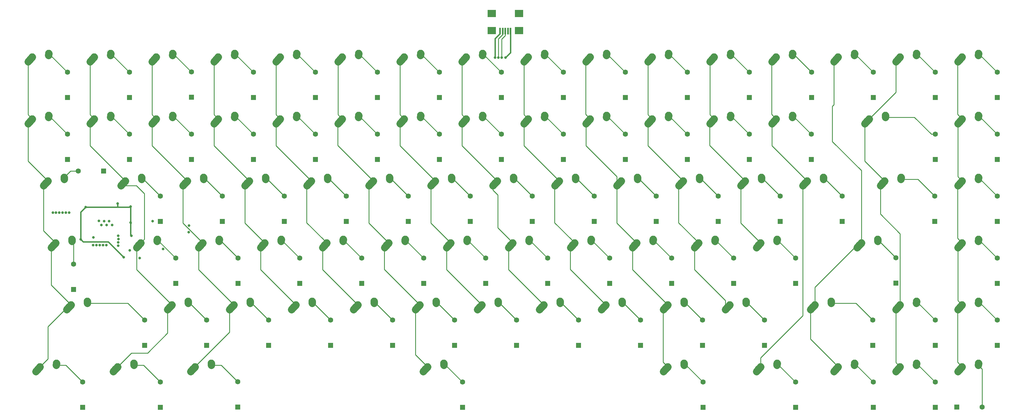
<source format=gtl>
G04 #@! TF.GenerationSoftware,KiCad,Pcbnew,(5.1.4)-1*
G04 #@! TF.CreationDate,2020-09-27T18:31:35+10:00*
G04 #@! TF.ProjectId,merchants 60,6d657263-6861-46e7-9473-2036302e6b69,rev?*
G04 #@! TF.SameCoordinates,Original*
G04 #@! TF.FileFunction,Copper,L1,Top*
G04 #@! TF.FilePolarity,Positive*
%FSLAX46Y46*%
G04 Gerber Fmt 4.6, Leading zero omitted, Abs format (unit mm)*
G04 Created by KiCad (PCBNEW (5.1.4)-1) date 2020-09-27 18:31:35*
%MOMM*%
%LPD*%
G04 APERTURE LIST*
%ADD10R,2.499360X2.199640*%
%ADD11R,0.500380X1.998980*%
%ADD12C,2.250000*%
%ADD13C,2.250000*%
%ADD14C,1.600000*%
%ADD15R,1.600000X1.600000*%
%ADD16C,0.800000*%
%ADD17C,0.250000*%
%ADD18C,0.400000*%
G04 APERTURE END LIST*
D10*
X211696300Y-69171820D03*
X220098620Y-69171820D03*
X211698840Y-74470260D03*
X220098620Y-74470260D03*
D11*
X214297260Y-74569320D03*
X215097360Y-74569320D03*
X215897460Y-74569320D03*
X216697560Y-74569320D03*
X217497660Y-74569320D03*
D12*
X356275000Y-82518750D03*
X355620001Y-83248750D03*
D13*
X354965000Y-83978750D02*
X356275002Y-82518750D01*
D12*
X361315000Y-81438750D03*
X361295000Y-81728750D03*
D13*
X361275000Y-82018750D02*
X361315000Y-81438750D01*
D12*
X356275000Y-177768750D03*
X355620001Y-178498750D03*
D13*
X354965000Y-179228750D02*
X356275002Y-177768750D01*
D12*
X361315000Y-176688750D03*
X361295000Y-176978750D03*
D13*
X361275000Y-177268750D02*
X361315000Y-176688750D01*
D12*
X103862500Y-139668750D03*
X103207501Y-140398750D03*
D13*
X102552500Y-141128750D02*
X103862502Y-139668750D01*
D12*
X108902500Y-138588750D03*
X108882500Y-138878750D03*
D13*
X108862500Y-139168750D02*
X108902500Y-138588750D01*
D12*
X356275000Y-158718750D03*
X355620001Y-159448750D03*
D13*
X354965000Y-160178750D02*
X356275002Y-158718750D01*
D12*
X361315000Y-157638750D03*
X361295000Y-157928750D03*
D13*
X361275000Y-158218750D02*
X361315000Y-157638750D01*
D12*
X356275000Y-139668750D03*
X355620001Y-140398750D03*
D13*
X354965000Y-141128750D02*
X356275002Y-139668750D01*
D12*
X361315000Y-138588750D03*
X361295000Y-138878750D03*
D13*
X361275000Y-139168750D02*
X361315000Y-138588750D01*
D12*
X356275000Y-120618750D03*
X355620001Y-121348750D03*
D13*
X354965000Y-122078750D02*
X356275002Y-120618750D01*
D12*
X361315000Y-119538750D03*
X361295000Y-119828750D03*
D13*
X361275000Y-120118750D02*
X361315000Y-119538750D01*
D12*
X356275000Y-101568750D03*
X355620001Y-102298750D03*
D13*
X354965000Y-103028750D02*
X356275002Y-101568750D01*
D12*
X361315000Y-100488750D03*
X361295000Y-100778750D03*
D13*
X361275000Y-101068750D02*
X361315000Y-100488750D01*
D12*
X337225000Y-177768750D03*
X336570001Y-178498750D03*
D13*
X335915000Y-179228750D02*
X337225002Y-177768750D01*
D12*
X342265000Y-176688750D03*
X342245000Y-176978750D03*
D13*
X342225000Y-177268750D02*
X342265000Y-176688750D01*
D12*
X337225000Y-158718750D03*
X336570001Y-159448750D03*
D13*
X335915000Y-160178750D02*
X337225002Y-158718750D01*
D12*
X342265000Y-157638750D03*
X342245000Y-157928750D03*
D13*
X342225000Y-158218750D02*
X342265000Y-157638750D01*
D12*
X332462500Y-120618750D03*
X331807501Y-121348750D03*
D13*
X331152500Y-122078750D02*
X332462502Y-120618750D01*
D12*
X337502500Y-119538750D03*
X337482500Y-119828750D03*
D13*
X337462500Y-120118750D02*
X337502500Y-119538750D01*
D12*
X327700000Y-101568750D03*
X327045001Y-102298750D03*
D13*
X326390000Y-103028750D02*
X327700002Y-101568750D01*
D12*
X332740000Y-100488750D03*
X332720000Y-100778750D03*
D13*
X332700000Y-101068750D02*
X332740000Y-100488750D01*
D12*
X337225000Y-82518750D03*
X336570001Y-83248750D03*
D13*
X335915000Y-83978750D02*
X337225002Y-82518750D01*
D12*
X342265000Y-81438750D03*
X342245000Y-81728750D03*
D13*
X342225000Y-82018750D02*
X342265000Y-81438750D01*
D12*
X318175000Y-177768750D03*
X317520001Y-178498750D03*
D13*
X316865000Y-179228750D02*
X318175002Y-177768750D01*
D12*
X323215000Y-176688750D03*
X323195000Y-176978750D03*
D13*
X323175000Y-177268750D02*
X323215000Y-176688750D01*
D12*
X311031250Y-158718750D03*
X310376251Y-159448750D03*
D13*
X309721250Y-160178750D02*
X311031252Y-158718750D01*
D12*
X316071250Y-157638750D03*
X316051250Y-157928750D03*
D13*
X316031250Y-158218750D02*
X316071250Y-157638750D01*
D12*
X325318750Y-139668750D03*
X324663751Y-140398750D03*
D13*
X324008750Y-141128750D02*
X325318752Y-139668750D01*
D12*
X330358750Y-138588750D03*
X330338750Y-138878750D03*
D13*
X330318750Y-139168750D02*
X330358750Y-138588750D01*
D12*
X318175000Y-82518750D03*
X317520001Y-83248750D03*
D13*
X316865000Y-83978750D02*
X318175002Y-82518750D01*
D12*
X323215000Y-81438750D03*
X323195000Y-81728750D03*
D13*
X323175000Y-82018750D02*
X323215000Y-81438750D01*
D12*
X294362500Y-177768750D03*
X293707501Y-178498750D03*
D13*
X293052500Y-179228750D02*
X294362502Y-177768750D01*
D12*
X299402500Y-176688750D03*
X299382500Y-176978750D03*
D13*
X299362500Y-177268750D02*
X299402500Y-176688750D01*
D12*
X308650000Y-120618750D03*
X307995001Y-121348750D03*
D13*
X307340000Y-122078750D02*
X308650002Y-120618750D01*
D12*
X313690000Y-119538750D03*
X313670000Y-119828750D03*
D13*
X313650000Y-120118750D02*
X313690000Y-119538750D01*
D12*
X299125000Y-101568750D03*
X298470001Y-102298750D03*
D13*
X297815000Y-103028750D02*
X299125002Y-101568750D01*
D12*
X304165000Y-100488750D03*
X304145000Y-100778750D03*
D13*
X304125000Y-101068750D02*
X304165000Y-100488750D01*
D12*
X299125000Y-82518750D03*
X298470001Y-83248750D03*
D13*
X297815000Y-83978750D02*
X299125002Y-82518750D01*
D12*
X304165000Y-81438750D03*
X304145000Y-81728750D03*
D13*
X304125000Y-82018750D02*
X304165000Y-81438750D01*
D12*
X294362500Y-139668750D03*
X293707501Y-140398750D03*
D13*
X293052500Y-141128750D02*
X294362502Y-139668750D01*
D12*
X299402500Y-138588750D03*
X299382500Y-138878750D03*
D13*
X299362500Y-139168750D02*
X299402500Y-138588750D01*
D12*
X289600000Y-120618750D03*
X288945001Y-121348750D03*
D13*
X288290000Y-122078750D02*
X289600002Y-120618750D01*
D12*
X294640000Y-119538750D03*
X294620000Y-119828750D03*
D13*
X294600000Y-120118750D02*
X294640000Y-119538750D01*
D12*
X280075000Y-101568750D03*
X279420001Y-102298750D03*
D13*
X278765000Y-103028750D02*
X280075002Y-101568750D01*
D12*
X285115000Y-100488750D03*
X285095000Y-100778750D03*
D13*
X285075000Y-101068750D02*
X285115000Y-100488750D01*
D12*
X280075000Y-82518750D03*
X279420001Y-83248750D03*
D13*
X278765000Y-83978750D02*
X280075002Y-82518750D01*
D12*
X285115000Y-81438750D03*
X285095000Y-81728750D03*
D13*
X285075000Y-82018750D02*
X285115000Y-81438750D01*
D12*
X284837500Y-158718750D03*
X284182501Y-159448750D03*
D13*
X283527500Y-160178750D02*
X284837502Y-158718750D01*
D12*
X289877500Y-157638750D03*
X289857500Y-157928750D03*
D13*
X289837500Y-158218750D02*
X289877500Y-157638750D01*
D12*
X275312500Y-139668750D03*
X274657501Y-140398750D03*
D13*
X274002500Y-141128750D02*
X275312502Y-139668750D01*
D12*
X280352500Y-138588750D03*
X280332500Y-138878750D03*
D13*
X280312500Y-139168750D02*
X280352500Y-138588750D01*
D12*
X270550000Y-120618750D03*
X269895001Y-121348750D03*
D13*
X269240000Y-122078750D02*
X270550002Y-120618750D01*
D12*
X275590000Y-119538750D03*
X275570000Y-119828750D03*
D13*
X275550000Y-120118750D02*
X275590000Y-119538750D01*
D12*
X261025000Y-101568750D03*
X260370001Y-102298750D03*
D13*
X259715000Y-103028750D02*
X261025002Y-101568750D01*
D12*
X266065000Y-100488750D03*
X266045000Y-100778750D03*
D13*
X266025000Y-101068750D02*
X266065000Y-100488750D01*
D12*
X261025000Y-82518750D03*
X260370001Y-83248750D03*
D13*
X259715000Y-83978750D02*
X261025002Y-82518750D01*
D12*
X266065000Y-81438750D03*
X266045000Y-81728750D03*
D13*
X266025000Y-82018750D02*
X266065000Y-81438750D01*
D12*
X265787500Y-177768750D03*
X265132501Y-178498750D03*
D13*
X264477500Y-179228750D02*
X265787502Y-177768750D01*
D12*
X270827500Y-176688750D03*
X270807500Y-176978750D03*
D13*
X270787500Y-177268750D02*
X270827500Y-176688750D01*
D12*
X265787500Y-158718750D03*
X265132501Y-159448750D03*
D13*
X264477500Y-160178750D02*
X265787502Y-158718750D01*
D12*
X270827500Y-157638750D03*
X270807500Y-157928750D03*
D13*
X270787500Y-158218750D02*
X270827500Y-157638750D01*
D12*
X256262500Y-139668750D03*
X255607501Y-140398750D03*
D13*
X254952500Y-141128750D02*
X256262502Y-139668750D01*
D12*
X261302500Y-138588750D03*
X261282500Y-138878750D03*
D13*
X261262500Y-139168750D02*
X261302500Y-138588750D01*
D12*
X251500000Y-120618750D03*
X250845001Y-121348750D03*
D13*
X250190000Y-122078750D02*
X251500002Y-120618750D01*
D12*
X256540000Y-119538750D03*
X256520000Y-119828750D03*
D13*
X256500000Y-120118750D02*
X256540000Y-119538750D01*
D12*
X241975000Y-101568750D03*
X241320001Y-102298750D03*
D13*
X240665000Y-103028750D02*
X241975002Y-101568750D01*
D12*
X247015000Y-100488750D03*
X246995000Y-100778750D03*
D13*
X246975000Y-101068750D02*
X247015000Y-100488750D01*
D12*
X241975000Y-82518750D03*
X241320001Y-83248750D03*
D13*
X240665000Y-83978750D02*
X241975002Y-82518750D01*
D12*
X247015000Y-81438750D03*
X246995000Y-81728750D03*
D13*
X246975000Y-82018750D02*
X247015000Y-81438750D01*
D12*
X246737500Y-158718750D03*
X246082501Y-159448750D03*
D13*
X245427500Y-160178750D02*
X246737502Y-158718750D01*
D12*
X251777500Y-157638750D03*
X251757500Y-157928750D03*
D13*
X251737500Y-158218750D02*
X251777500Y-157638750D01*
D12*
X237212500Y-139668750D03*
X236557501Y-140398750D03*
D13*
X235902500Y-141128750D02*
X237212502Y-139668750D01*
D12*
X242252500Y-138588750D03*
X242232500Y-138878750D03*
D13*
X242212500Y-139168750D02*
X242252500Y-138588750D01*
D12*
X232450000Y-120618750D03*
X231795001Y-121348750D03*
D13*
X231140000Y-122078750D02*
X232450002Y-120618750D01*
D12*
X237490000Y-119538750D03*
X237470000Y-119828750D03*
D13*
X237450000Y-120118750D02*
X237490000Y-119538750D01*
D12*
X222925000Y-101568750D03*
X222270001Y-102298750D03*
D13*
X221615000Y-103028750D02*
X222925002Y-101568750D01*
D12*
X227965000Y-100488750D03*
X227945000Y-100778750D03*
D13*
X227925000Y-101068750D02*
X227965000Y-100488750D01*
D12*
X222925000Y-82518750D03*
X222270001Y-83248750D03*
D13*
X221615000Y-83978750D02*
X222925002Y-82518750D01*
D12*
X227965000Y-81438750D03*
X227945000Y-81728750D03*
D13*
X227925000Y-82018750D02*
X227965000Y-81438750D01*
D12*
X227687500Y-158718750D03*
X227032501Y-159448750D03*
D13*
X226377500Y-160178750D02*
X227687502Y-158718750D01*
D12*
X232727500Y-157638750D03*
X232707500Y-157928750D03*
D13*
X232687500Y-158218750D02*
X232727500Y-157638750D01*
D12*
X218162500Y-139668750D03*
X217507501Y-140398750D03*
D13*
X216852500Y-141128750D02*
X218162502Y-139668750D01*
D12*
X223202500Y-138588750D03*
X223182500Y-138878750D03*
D13*
X223162500Y-139168750D02*
X223202500Y-138588750D01*
D12*
X213400000Y-120618750D03*
X212745001Y-121348750D03*
D13*
X212090000Y-122078750D02*
X213400002Y-120618750D01*
D12*
X218440000Y-119538750D03*
X218420000Y-119828750D03*
D13*
X218400000Y-120118750D02*
X218440000Y-119538750D01*
D12*
X203875000Y-101568750D03*
X203220001Y-102298750D03*
D13*
X202565000Y-103028750D02*
X203875002Y-101568750D01*
D12*
X208915000Y-100488750D03*
X208895000Y-100778750D03*
D13*
X208875000Y-101068750D02*
X208915000Y-100488750D01*
D12*
X203875000Y-82518750D03*
X203220001Y-83248750D03*
D13*
X202565000Y-83978750D02*
X203875002Y-82518750D01*
D12*
X208915000Y-81438750D03*
X208895000Y-81728750D03*
D13*
X208875000Y-82018750D02*
X208915000Y-81438750D01*
D12*
X208637500Y-158718750D03*
X207982501Y-159448750D03*
D13*
X207327500Y-160178750D02*
X208637502Y-158718750D01*
D12*
X213677500Y-157638750D03*
X213657500Y-157928750D03*
D13*
X213637500Y-158218750D02*
X213677500Y-157638750D01*
D12*
X199112500Y-139668750D03*
X198457501Y-140398750D03*
D13*
X197802500Y-141128750D02*
X199112502Y-139668750D01*
D12*
X204152500Y-138588750D03*
X204132500Y-138878750D03*
D13*
X204112500Y-139168750D02*
X204152500Y-138588750D01*
D12*
X194350000Y-120618750D03*
X193695001Y-121348750D03*
D13*
X193040000Y-122078750D02*
X194350002Y-120618750D01*
D12*
X199390000Y-119538750D03*
X199370000Y-119828750D03*
D13*
X199350000Y-120118750D02*
X199390000Y-119538750D01*
D12*
X184825000Y-101568750D03*
X184170001Y-102298750D03*
D13*
X183515000Y-103028750D02*
X184825002Y-101568750D01*
D12*
X189865000Y-100488750D03*
X189845000Y-100778750D03*
D13*
X189825000Y-101068750D02*
X189865000Y-100488750D01*
D12*
X184825000Y-82518750D03*
X184170001Y-83248750D03*
D13*
X183515000Y-83978750D02*
X184825002Y-82518750D01*
D12*
X189865000Y-81438750D03*
X189845000Y-81728750D03*
D13*
X189825000Y-82018750D02*
X189865000Y-81438750D01*
D12*
X191968750Y-177768750D03*
X191313751Y-178498750D03*
D13*
X190658750Y-179228750D02*
X191968752Y-177768750D01*
D12*
X197008750Y-176688750D03*
X196988750Y-176978750D03*
D13*
X196968750Y-177268750D02*
X197008750Y-176688750D01*
D12*
X189587500Y-158718750D03*
X188932501Y-159448750D03*
D13*
X188277500Y-160178750D02*
X189587502Y-158718750D01*
D12*
X194627500Y-157638750D03*
X194607500Y-157928750D03*
D13*
X194587500Y-158218750D02*
X194627500Y-157638750D01*
D12*
X180062500Y-139668750D03*
X179407501Y-140398750D03*
D13*
X178752500Y-141128750D02*
X180062502Y-139668750D01*
D12*
X185102500Y-138588750D03*
X185082500Y-138878750D03*
D13*
X185062500Y-139168750D02*
X185102500Y-138588750D01*
D12*
X175300000Y-120618750D03*
X174645001Y-121348750D03*
D13*
X173990000Y-122078750D02*
X175300002Y-120618750D01*
D12*
X180340000Y-119538750D03*
X180320000Y-119828750D03*
D13*
X180300000Y-120118750D02*
X180340000Y-119538750D01*
D12*
X165775000Y-101568750D03*
X165120001Y-102298750D03*
D13*
X164465000Y-103028750D02*
X165775002Y-101568750D01*
D12*
X170815000Y-100488750D03*
X170795000Y-100778750D03*
D13*
X170775000Y-101068750D02*
X170815000Y-100488750D01*
D12*
X165775000Y-82518750D03*
X165120001Y-83248750D03*
D13*
X164465000Y-83978750D02*
X165775002Y-82518750D01*
D12*
X170815000Y-81438750D03*
X170795000Y-81728750D03*
D13*
X170775000Y-82018750D02*
X170815000Y-81438750D01*
D12*
X170537500Y-158718750D03*
X169882501Y-159448750D03*
D13*
X169227500Y-160178750D02*
X170537502Y-158718750D01*
D12*
X175577500Y-157638750D03*
X175557500Y-157928750D03*
D13*
X175537500Y-158218750D02*
X175577500Y-157638750D01*
D12*
X161012500Y-139668750D03*
X160357501Y-140398750D03*
D13*
X159702500Y-141128750D02*
X161012502Y-139668750D01*
D12*
X166052500Y-138588750D03*
X166032500Y-138878750D03*
D13*
X166012500Y-139168750D02*
X166052500Y-138588750D01*
D12*
X156250000Y-120618750D03*
X155595001Y-121348750D03*
D13*
X154940000Y-122078750D02*
X156250002Y-120618750D01*
D12*
X161290000Y-119538750D03*
X161270000Y-119828750D03*
D13*
X161250000Y-120118750D02*
X161290000Y-119538750D01*
D12*
X146725000Y-101568750D03*
X146070001Y-102298750D03*
D13*
X145415000Y-103028750D02*
X146725002Y-101568750D01*
D12*
X151765000Y-100488750D03*
X151745000Y-100778750D03*
D13*
X151725000Y-101068750D02*
X151765000Y-100488750D01*
D12*
X146725000Y-82518750D03*
X146070001Y-83248750D03*
D13*
X145415000Y-83978750D02*
X146725002Y-82518750D01*
D12*
X151765000Y-81438750D03*
X151745000Y-81728750D03*
D13*
X151725000Y-82018750D02*
X151765000Y-81438750D01*
D12*
X151487500Y-158718750D03*
X150832501Y-159448750D03*
D13*
X150177500Y-160178750D02*
X151487502Y-158718750D01*
D12*
X156527500Y-157638750D03*
X156507500Y-157928750D03*
D13*
X156487500Y-158218750D02*
X156527500Y-157638750D01*
D12*
X141962500Y-139668750D03*
X141307501Y-140398750D03*
D13*
X140652500Y-141128750D02*
X141962502Y-139668750D01*
D12*
X147002500Y-138588750D03*
X146982500Y-138878750D03*
D13*
X146962500Y-139168750D02*
X147002500Y-138588750D01*
D12*
X137200000Y-120618750D03*
X136545001Y-121348750D03*
D13*
X135890000Y-122078750D02*
X137200002Y-120618750D01*
D12*
X142240000Y-119538750D03*
X142220000Y-119828750D03*
D13*
X142200000Y-120118750D02*
X142240000Y-119538750D01*
D12*
X127675000Y-101568750D03*
X127020001Y-102298750D03*
D13*
X126365000Y-103028750D02*
X127675002Y-101568750D01*
D12*
X132715000Y-100488750D03*
X132695000Y-100778750D03*
D13*
X132675000Y-101068750D02*
X132715000Y-100488750D01*
D12*
X127675000Y-82518750D03*
X127020001Y-83248750D03*
D13*
X126365000Y-83978750D02*
X127675002Y-82518750D01*
D12*
X132715000Y-81438750D03*
X132695000Y-81728750D03*
D13*
X132675000Y-82018750D02*
X132715000Y-81438750D01*
D12*
X120531250Y-177768750D03*
X119876251Y-178498750D03*
D13*
X119221250Y-179228750D02*
X120531252Y-177768750D01*
D12*
X125571250Y-176688750D03*
X125551250Y-176978750D03*
D13*
X125531250Y-177268750D02*
X125571250Y-176688750D01*
D12*
X132437500Y-158718750D03*
X131782501Y-159448750D03*
D13*
X131127500Y-160178750D02*
X132437502Y-158718750D01*
D12*
X137477500Y-157638750D03*
X137457500Y-157928750D03*
D13*
X137437500Y-158218750D02*
X137477500Y-157638750D01*
D12*
X122912500Y-139668750D03*
X122257501Y-140398750D03*
D13*
X121602500Y-141128750D02*
X122912502Y-139668750D01*
D12*
X127952500Y-138588750D03*
X127932500Y-138878750D03*
D13*
X127912500Y-139168750D02*
X127952500Y-138588750D01*
D12*
X118150000Y-120618750D03*
X117495001Y-121348750D03*
D13*
X116840000Y-122078750D02*
X118150002Y-120618750D01*
D12*
X123190000Y-119538750D03*
X123170000Y-119828750D03*
D13*
X123150000Y-120118750D02*
X123190000Y-119538750D01*
D12*
X108625000Y-101568750D03*
X107970001Y-102298750D03*
D13*
X107315000Y-103028750D02*
X108625002Y-101568750D01*
D12*
X113665000Y-100488750D03*
X113645000Y-100778750D03*
D13*
X113625000Y-101068750D02*
X113665000Y-100488750D01*
D12*
X108625000Y-82518750D03*
X107970001Y-83248750D03*
D13*
X107315000Y-83978750D02*
X108625002Y-82518750D01*
D12*
X113665000Y-81438750D03*
X113645000Y-81728750D03*
D13*
X113625000Y-82018750D02*
X113665000Y-81438750D01*
D12*
X96718750Y-177768750D03*
X96063751Y-178498750D03*
D13*
X95408750Y-179228750D02*
X96718752Y-177768750D01*
D12*
X101758750Y-176688750D03*
X101738750Y-176978750D03*
D13*
X101718750Y-177268750D02*
X101758750Y-176688750D01*
D12*
X113387500Y-158718750D03*
X112732501Y-159448750D03*
D13*
X112077500Y-160178750D02*
X113387502Y-158718750D01*
D12*
X118427500Y-157638750D03*
X118407500Y-157928750D03*
D13*
X118387500Y-158218750D02*
X118427500Y-157638750D01*
D12*
X99100000Y-120618750D03*
X98445001Y-121348750D03*
D13*
X97790000Y-122078750D02*
X99100002Y-120618750D01*
D12*
X104140000Y-119538750D03*
X104120000Y-119828750D03*
D13*
X104100000Y-120118750D02*
X104140000Y-119538750D01*
D12*
X89575000Y-101568750D03*
X88920001Y-102298750D03*
D13*
X88265000Y-103028750D02*
X89575002Y-101568750D01*
D12*
X94615000Y-100488750D03*
X94595000Y-100778750D03*
D13*
X94575000Y-101068750D02*
X94615000Y-100488750D01*
D12*
X89575000Y-82518750D03*
X88920001Y-83248750D03*
D13*
X88265000Y-83978750D02*
X89575002Y-82518750D01*
D12*
X94615000Y-81438750D03*
X94595000Y-81728750D03*
D13*
X94575000Y-82018750D02*
X94615000Y-81438750D01*
D12*
X72906250Y-177768750D03*
X72251251Y-178498750D03*
D13*
X71596250Y-179228750D02*
X72906252Y-177768750D01*
D12*
X77946250Y-176688750D03*
X77926250Y-176978750D03*
D13*
X77906250Y-177268750D02*
X77946250Y-176688750D01*
D12*
X82431250Y-158718750D03*
X81776251Y-159448750D03*
D13*
X81121250Y-160178750D02*
X82431252Y-158718750D01*
D12*
X87471250Y-157638750D03*
X87451250Y-157928750D03*
D13*
X87431250Y-158218750D02*
X87471250Y-157638750D01*
D12*
X77668750Y-139668750D03*
X77013751Y-140398750D03*
D13*
X76358750Y-141128750D02*
X77668752Y-139668750D01*
D12*
X82708750Y-138588750D03*
X82688750Y-138878750D03*
D13*
X82668750Y-139168750D02*
X82708750Y-138588750D01*
D12*
X75287500Y-120618750D03*
X74632501Y-121348750D03*
D13*
X73977500Y-122078750D02*
X75287502Y-120618750D01*
D12*
X80327500Y-119538750D03*
X80307500Y-119828750D03*
D13*
X80287500Y-120118750D02*
X80327500Y-119538750D01*
D12*
X70525000Y-101568750D03*
X69870001Y-102298750D03*
D13*
X69215000Y-103028750D02*
X70525002Y-101568750D01*
D12*
X75565000Y-100488750D03*
X75545000Y-100778750D03*
D13*
X75525000Y-101068750D02*
X75565000Y-100488750D01*
D12*
X70525000Y-82518750D03*
X69870001Y-83248750D03*
D13*
X69215000Y-83978750D02*
X70525002Y-82518750D01*
D12*
X75565000Y-81438750D03*
X75545000Y-81728750D03*
D13*
X75525000Y-82018750D02*
X75565000Y-81438750D01*
D14*
X362452750Y-190182500D03*
D15*
X354652750Y-190182500D03*
D14*
X367061750Y-163422500D03*
D15*
X367061750Y-171222500D03*
D14*
X367061750Y-144372500D03*
D15*
X367061750Y-152172500D03*
D14*
X367061750Y-125322500D03*
D15*
X367061750Y-133122500D03*
D14*
X367061750Y-106272500D03*
D15*
X367061750Y-114072500D03*
D14*
X367061750Y-87222500D03*
D15*
X367061750Y-95022500D03*
D14*
X348011750Y-182472500D03*
D15*
X348011750Y-190272500D03*
D14*
X348011750Y-163422500D03*
D15*
X348011750Y-171222500D03*
D14*
X347884750Y-125322500D03*
D15*
X347884750Y-133122500D03*
D14*
X348011750Y-106272500D03*
D15*
X348011750Y-114072500D03*
D14*
X348011750Y-87222500D03*
D15*
X348011750Y-95022500D03*
D14*
X328961750Y-182472500D03*
D15*
X328961750Y-190272500D03*
D14*
X328834750Y-163422500D03*
D15*
X328834750Y-171222500D03*
D14*
X335946750Y-144245500D03*
D15*
X335946750Y-152045500D03*
D14*
X328961750Y-87222500D03*
D15*
X328961750Y-95022500D03*
D14*
X305085750Y-182472500D03*
D15*
X305085750Y-190272500D03*
D14*
X319436750Y-125322500D03*
D15*
X319436750Y-133122500D03*
D14*
X309911750Y-106272500D03*
D15*
X309911750Y-114072500D03*
D14*
X310038750Y-87222500D03*
D15*
X310038750Y-95022500D03*
D14*
X305085750Y-144372500D03*
D15*
X305085750Y-152172500D03*
D14*
X300386750Y-125322500D03*
D15*
X300386750Y-133122500D03*
D14*
X290861750Y-106272500D03*
D15*
X290861750Y-114072500D03*
D14*
X290861750Y-87222500D03*
D15*
X290861750Y-95022500D03*
D14*
X295560750Y-163422500D03*
D15*
X295560750Y-171222500D03*
D14*
X286035750Y-144372500D03*
D15*
X286035750Y-152172500D03*
D14*
X281336750Y-125322500D03*
D15*
X281336750Y-133122500D03*
D14*
X271811750Y-106272500D03*
D15*
X271811750Y-114072500D03*
D14*
X271811750Y-87222500D03*
D15*
X271811750Y-95022500D03*
D14*
X276637750Y-182472500D03*
D15*
X276637750Y-190272500D03*
D14*
X276510750Y-163422500D03*
D15*
X276510750Y-171222500D03*
D14*
X266985750Y-144372500D03*
D15*
X266985750Y-152172500D03*
D14*
X262286750Y-125322500D03*
D15*
X262286750Y-133122500D03*
D14*
X252761750Y-106272500D03*
D15*
X252761750Y-114072500D03*
D14*
X252761750Y-87222500D03*
D15*
X252761750Y-95022500D03*
D14*
X257460750Y-163422500D03*
D15*
X257460750Y-171222500D03*
D14*
X247935750Y-144372500D03*
D15*
X247935750Y-152172500D03*
D14*
X243236750Y-125322500D03*
D15*
X243236750Y-133122500D03*
D14*
X233711750Y-106272500D03*
D15*
X233711750Y-114072500D03*
D14*
X233711750Y-87222500D03*
D15*
X233711750Y-95022500D03*
D14*
X238410750Y-163422500D03*
D15*
X238410750Y-171222500D03*
D14*
X228885750Y-144372500D03*
D15*
X228885750Y-152172500D03*
D14*
X224186750Y-125322500D03*
D15*
X224186750Y-133122500D03*
D14*
X214661750Y-106272500D03*
D15*
X214661750Y-114072500D03*
D14*
X214661750Y-87222500D03*
D15*
X214661750Y-95022500D03*
D14*
X219360750Y-163422500D03*
D15*
X219360750Y-171222500D03*
D14*
X209835750Y-144372500D03*
D15*
X209835750Y-152172500D03*
D14*
X205136750Y-125322500D03*
D15*
X205136750Y-133122500D03*
D14*
X195611750Y-106272500D03*
D15*
X195611750Y-114072500D03*
D14*
X195611750Y-87222500D03*
D15*
X195611750Y-95022500D03*
D14*
X202723750Y-182472500D03*
D15*
X202723750Y-190272500D03*
D14*
X200310750Y-163422500D03*
D15*
X200310750Y-171222500D03*
D14*
X190785750Y-144372500D03*
D15*
X190785750Y-152172500D03*
D14*
X186086750Y-125322500D03*
D15*
X186086750Y-133122500D03*
D14*
X176561750Y-106272500D03*
D15*
X176561750Y-114072500D03*
D14*
X176561750Y-87222500D03*
D15*
X176561750Y-95022500D03*
D14*
X181260750Y-163422500D03*
D15*
X181260750Y-171222500D03*
D14*
X171735750Y-144372500D03*
D15*
X171735750Y-152172500D03*
D14*
X167036750Y-125322500D03*
D15*
X167036750Y-133122500D03*
D14*
X157511750Y-106272500D03*
D15*
X157511750Y-114072500D03*
D14*
X157511750Y-87222500D03*
D15*
X157511750Y-95022500D03*
D14*
X162210750Y-163422500D03*
D15*
X162210750Y-171222500D03*
D14*
X152685750Y-144372500D03*
D15*
X152685750Y-152172500D03*
D14*
X147986750Y-125322500D03*
D15*
X147986750Y-133122500D03*
D14*
X138461750Y-106272500D03*
D15*
X138461750Y-114072500D03*
D14*
X138461750Y-87222500D03*
D15*
X138461750Y-95022500D03*
D14*
X133635750Y-182345500D03*
D15*
X133635750Y-190145500D03*
D14*
X143160750Y-163422500D03*
D15*
X143160750Y-171222500D03*
D14*
X133762750Y-144372500D03*
D15*
X133762750Y-152172500D03*
D14*
X128936750Y-125322500D03*
D15*
X128936750Y-133122500D03*
D14*
X119411750Y-106272500D03*
D15*
X119411750Y-114072500D03*
D14*
X119411750Y-87146500D03*
D15*
X119411750Y-94946500D03*
D14*
X109886750Y-182472500D03*
D15*
X109886750Y-190272500D03*
D14*
X124110750Y-163422500D03*
D15*
X124110750Y-171222500D03*
D14*
X114585750Y-144372500D03*
D15*
X114585750Y-152172500D03*
D14*
X109886750Y-125322500D03*
D15*
X109886750Y-133122500D03*
D14*
X100361750Y-106272500D03*
D15*
X100361750Y-114072500D03*
D14*
X100361750Y-87222500D03*
D15*
X100361750Y-95022500D03*
D14*
X86010750Y-182472500D03*
D15*
X86010750Y-190272500D03*
D14*
X105060750Y-163422500D03*
D15*
X105060750Y-171222500D03*
D14*
X83216750Y-146226700D03*
D15*
X83216750Y-154026700D03*
D14*
X84625350Y-117589300D03*
D15*
X92425350Y-117589300D03*
D14*
X81311750Y-106272500D03*
D15*
X81311750Y-114072500D03*
D14*
X81311750Y-87222500D03*
D15*
X81311750Y-95022500D03*
D16*
X86899750Y-128714500D03*
X100742750Y-133413500D03*
X100996750Y-137477500D03*
X100757750Y-128572500D03*
X85375750Y-138620500D03*
X98608742Y-144088501D03*
X96774000Y-127635000D03*
X79819744Y-130365500D03*
X80819747Y-130365500D03*
X81819750Y-130365500D03*
X78819741Y-130365500D03*
X77819738Y-130365500D03*
X76819735Y-130365500D03*
X107473750Y-133032500D03*
X212756750Y-82740500D03*
X90963750Y-132905500D03*
X91725750Y-134175500D03*
X92614750Y-133032500D03*
X93376750Y-134175500D03*
X94138750Y-133032500D03*
X95027750Y-134175500D03*
X96932750Y-137477500D03*
X96970472Y-138540528D03*
X96917786Y-139539141D03*
X96949052Y-140538655D03*
X100508752Y-141986000D03*
X103505000Y-144399000D03*
X93249750Y-140398500D03*
X92237096Y-140385849D03*
X91212734Y-140390660D03*
X90212854Y-140406245D03*
X89212902Y-140396228D03*
X89312750Y-137985500D03*
X118674153Y-134405097D03*
X213772750Y-82740500D03*
X118601347Y-136382903D03*
X214785404Y-82727849D03*
X215931750Y-82740500D03*
X110752597Y-141564653D03*
D17*
X100742750Y-128587500D02*
X100757750Y-128572500D01*
X87041750Y-128572500D02*
X86899750Y-128714500D01*
X100996750Y-133667500D02*
X100742750Y-133413500D01*
D18*
X98608742Y-144088501D02*
X93902741Y-139382500D01*
X86137750Y-139382500D02*
X85375750Y-138620500D01*
X93902741Y-139382500D02*
X86137750Y-139382500D01*
X85375750Y-130238500D02*
X86899750Y-128714500D01*
X85375750Y-138620500D02*
X85375750Y-130238500D01*
X100615750Y-128714500D02*
X100757750Y-128572500D01*
X100757750Y-133398500D02*
X100742750Y-133413500D01*
X100757750Y-128572500D02*
X100757750Y-133398500D01*
X100742750Y-137223500D02*
X100996750Y-137477500D01*
X100742750Y-133413500D02*
X100742750Y-137223500D01*
X96774000Y-128651000D02*
X96710500Y-128714500D01*
X96774000Y-127635000D02*
X96774000Y-128651000D01*
X86899750Y-128714500D02*
X96710500Y-128714500D01*
X96710500Y-128714500D02*
X100615750Y-128714500D01*
D17*
X76108000Y-82018750D02*
X81311750Y-87222500D01*
X75525000Y-82018750D02*
X76108000Y-82018750D01*
X76108000Y-101068750D02*
X81311750Y-106272500D01*
X75525000Y-101068750D02*
X76108000Y-101068750D01*
X82276950Y-117589300D02*
X80327500Y-119538750D01*
X84625350Y-117589300D02*
X82276950Y-117589300D01*
X83216750Y-139716750D02*
X82668750Y-139168750D01*
X83216750Y-146226700D02*
X83216750Y-139716750D01*
X99857000Y-158218750D02*
X105060750Y-163422500D01*
X87431250Y-158218750D02*
X99857000Y-158218750D01*
X80807000Y-177268750D02*
X86010750Y-182472500D01*
X77906250Y-177268750D02*
X80807000Y-177268750D01*
X95158000Y-82018750D02*
X100361750Y-87222500D01*
X94575000Y-82018750D02*
X95158000Y-82018750D01*
X95158000Y-101068750D02*
X100361750Y-106272500D01*
X94575000Y-101068750D02*
X95158000Y-101068750D01*
X104683000Y-120118750D02*
X109886750Y-125322500D01*
X104100000Y-120118750D02*
X104683000Y-120118750D01*
X109382000Y-139168750D02*
X114585750Y-144372500D01*
X108862500Y-139168750D02*
X109382000Y-139168750D01*
X118907000Y-158218750D02*
X124110750Y-163422500D01*
X118387500Y-158218750D02*
X118907000Y-158218750D01*
X104683000Y-177268750D02*
X109886750Y-182472500D01*
X101718750Y-177268750D02*
X104683000Y-177268750D01*
X114284000Y-82018750D02*
X119411750Y-87146500D01*
X113625000Y-82018750D02*
X114284000Y-82018750D01*
X114208000Y-101068750D02*
X119411750Y-106272500D01*
X113625000Y-101068750D02*
X114208000Y-101068750D01*
X123733000Y-120118750D02*
X128936750Y-125322500D01*
X123150000Y-120118750D02*
X123733000Y-120118750D01*
X128559000Y-139168750D02*
X133762750Y-144372500D01*
X127912500Y-139168750D02*
X128559000Y-139168750D01*
X137957000Y-158218750D02*
X143160750Y-163422500D01*
X137437500Y-158218750D02*
X137957000Y-158218750D01*
X128559000Y-177268750D02*
X133635750Y-182345500D01*
X125531250Y-177268750D02*
X128559000Y-177268750D01*
X133258000Y-82018750D02*
X138461750Y-87222500D01*
X132675000Y-82018750D02*
X133258000Y-82018750D01*
X133258000Y-101068750D02*
X138461750Y-106272500D01*
X132675000Y-101068750D02*
X133258000Y-101068750D01*
X142783000Y-120118750D02*
X147986750Y-125322500D01*
X142200000Y-120118750D02*
X142783000Y-120118750D01*
X147482000Y-139168750D02*
X152685750Y-144372500D01*
X146962500Y-139168750D02*
X147482000Y-139168750D01*
X157007000Y-158218750D02*
X162210750Y-163422500D01*
X156487500Y-158218750D02*
X157007000Y-158218750D01*
X152308000Y-82018750D02*
X157511750Y-87222500D01*
X151725000Y-82018750D02*
X152308000Y-82018750D01*
X152308000Y-101068750D02*
X157511750Y-106272500D01*
X151725000Y-101068750D02*
X152308000Y-101068750D01*
X161833000Y-120118750D02*
X167036750Y-125322500D01*
X161250000Y-120118750D02*
X161833000Y-120118750D01*
X166532000Y-139168750D02*
X171735750Y-144372500D01*
X166012500Y-139168750D02*
X166532000Y-139168750D01*
X176057000Y-158218750D02*
X181260750Y-163422500D01*
X175537500Y-158218750D02*
X176057000Y-158218750D01*
X171358000Y-82018750D02*
X176561750Y-87222500D01*
X170775000Y-82018750D02*
X171358000Y-82018750D01*
X171358000Y-101068750D02*
X176561750Y-106272500D01*
X170775000Y-101068750D02*
X171358000Y-101068750D01*
X180883000Y-120118750D02*
X186086750Y-125322500D01*
X180300000Y-120118750D02*
X180883000Y-120118750D01*
X185582000Y-139168750D02*
X190785750Y-144372500D01*
X185062500Y-139168750D02*
X185582000Y-139168750D01*
X195107000Y-158218750D02*
X200310750Y-163422500D01*
X194587500Y-158218750D02*
X195107000Y-158218750D01*
X197520000Y-177268750D02*
X202723750Y-182472500D01*
X196968750Y-177268750D02*
X197520000Y-177268750D01*
X190408000Y-82018750D02*
X195611750Y-87222500D01*
X189825000Y-82018750D02*
X190408000Y-82018750D01*
X190408000Y-101068750D02*
X195611750Y-106272500D01*
X189825000Y-101068750D02*
X190408000Y-101068750D01*
X199933000Y-120118750D02*
X205136750Y-125322500D01*
X199350000Y-120118750D02*
X199933000Y-120118750D01*
X204632000Y-139168750D02*
X209835750Y-144372500D01*
X204112500Y-139168750D02*
X204632000Y-139168750D01*
X214157000Y-158218750D02*
X219360750Y-163422500D01*
X213637500Y-158218750D02*
X214157000Y-158218750D01*
X209458000Y-82018750D02*
X214661750Y-87222500D01*
X208875000Y-82018750D02*
X209458000Y-82018750D01*
X209458000Y-101068750D02*
X214661750Y-106272500D01*
X208875000Y-101068750D02*
X209458000Y-101068750D01*
X218983000Y-120118750D02*
X224186750Y-125322500D01*
X218400000Y-120118750D02*
X218983000Y-120118750D01*
X223682000Y-139168750D02*
X228885750Y-144372500D01*
X223162500Y-139168750D02*
X223682000Y-139168750D01*
X233207000Y-158218750D02*
X238410750Y-163422500D01*
X232687500Y-158218750D02*
X233207000Y-158218750D01*
X228508000Y-82018750D02*
X233711750Y-87222500D01*
X227925000Y-82018750D02*
X228508000Y-82018750D01*
X228508000Y-101068750D02*
X233711750Y-106272500D01*
X227925000Y-101068750D02*
X228508000Y-101068750D01*
X238033000Y-120118750D02*
X243236750Y-125322500D01*
X237450000Y-120118750D02*
X238033000Y-120118750D01*
X242732000Y-139168750D02*
X247935750Y-144372500D01*
X242212500Y-139168750D02*
X242732000Y-139168750D01*
X252257000Y-158218750D02*
X257460750Y-163422500D01*
X251737500Y-158218750D02*
X252257000Y-158218750D01*
X247558000Y-82018750D02*
X252761750Y-87222500D01*
X246975000Y-82018750D02*
X247558000Y-82018750D01*
X247558000Y-101068750D02*
X252761750Y-106272500D01*
X246975000Y-101068750D02*
X247558000Y-101068750D01*
X257083000Y-120118750D02*
X262286750Y-125322500D01*
X256500000Y-120118750D02*
X257083000Y-120118750D01*
X261782000Y-139168750D02*
X266985750Y-144372500D01*
X261262500Y-139168750D02*
X261782000Y-139168750D01*
X271307000Y-158218750D02*
X276510750Y-163422500D01*
X270787500Y-158218750D02*
X271307000Y-158218750D01*
X271434000Y-177268750D02*
X276637750Y-182472500D01*
X270787500Y-177268750D02*
X271434000Y-177268750D01*
X266608000Y-82018750D02*
X271811750Y-87222500D01*
X266025000Y-82018750D02*
X266608000Y-82018750D01*
X266608000Y-101068750D02*
X271811750Y-106272500D01*
X266025000Y-101068750D02*
X266608000Y-101068750D01*
X276133000Y-120118750D02*
X281336750Y-125322500D01*
X275550000Y-120118750D02*
X276133000Y-120118750D01*
X280832000Y-139168750D02*
X286035750Y-144372500D01*
X280312500Y-139168750D02*
X280832000Y-139168750D01*
X290357000Y-158218750D02*
X295560750Y-163422500D01*
X289837500Y-158218750D02*
X290357000Y-158218750D01*
X285658000Y-82018750D02*
X290861750Y-87222500D01*
X285075000Y-82018750D02*
X285658000Y-82018750D01*
X285658000Y-101068750D02*
X290861750Y-106272500D01*
X285075000Y-101068750D02*
X285658000Y-101068750D01*
X295183000Y-120118750D02*
X300386750Y-125322500D01*
X294600000Y-120118750D02*
X295183000Y-120118750D01*
X299882000Y-139168750D02*
X305085750Y-144372500D01*
X299362500Y-139168750D02*
X299882000Y-139168750D01*
X304835000Y-82018750D02*
X310038750Y-87222500D01*
X304125000Y-82018750D02*
X304835000Y-82018750D01*
X304708000Y-101068750D02*
X309911750Y-106272500D01*
X304125000Y-101068750D02*
X304708000Y-101068750D01*
X314233000Y-120118750D02*
X319436750Y-125322500D01*
X313650000Y-120118750D02*
X314233000Y-120118750D01*
X299882000Y-177268750D02*
X305085750Y-182472500D01*
X299362500Y-177268750D02*
X299882000Y-177268750D01*
X323758000Y-82018750D02*
X328961750Y-87222500D01*
X323175000Y-82018750D02*
X323758000Y-82018750D01*
X330870000Y-139168750D02*
X335946750Y-144245500D01*
X330318750Y-139168750D02*
X330870000Y-139168750D01*
X323631000Y-158218750D02*
X328834750Y-163422500D01*
X316031250Y-158218750D02*
X323631000Y-158218750D01*
X323758000Y-177268750D02*
X328961750Y-182472500D01*
X323175000Y-177268750D02*
X323758000Y-177268750D01*
X342808000Y-82018750D02*
X348011750Y-87222500D01*
X342225000Y-82018750D02*
X342808000Y-82018750D01*
X332700000Y-101068750D02*
X341621500Y-101068750D01*
X346825250Y-106272500D02*
X348011750Y-106272500D01*
X341621500Y-101068750D02*
X346825250Y-106272500D01*
X342681000Y-120118750D02*
X347884750Y-125322500D01*
X337462500Y-120118750D02*
X342681000Y-120118750D01*
X342808000Y-158218750D02*
X348011750Y-163422500D01*
X342225000Y-158218750D02*
X342808000Y-158218750D01*
X342808000Y-177268750D02*
X348011750Y-182472500D01*
X342225000Y-177268750D02*
X342808000Y-177268750D01*
X361858000Y-82018750D02*
X367061750Y-87222500D01*
X361275000Y-82018750D02*
X361858000Y-82018750D01*
X361858000Y-101068750D02*
X367061750Y-106272500D01*
X361275000Y-101068750D02*
X361858000Y-101068750D01*
X361858000Y-120118750D02*
X367061750Y-125322500D01*
X361275000Y-120118750D02*
X361858000Y-120118750D01*
X361858000Y-139168750D02*
X367061750Y-144372500D01*
X361275000Y-139168750D02*
X361858000Y-139168750D01*
X361858000Y-158218750D02*
X367061750Y-163422500D01*
X361275000Y-158218750D02*
X361858000Y-158218750D01*
X361275000Y-177268750D02*
X361858000Y-177268750D01*
X362452750Y-178446500D02*
X361275000Y-177268750D01*
X362452750Y-190182500D02*
X362452750Y-178446500D01*
D18*
X214297260Y-75318620D02*
X214297260Y-74569320D01*
X212756750Y-82740500D02*
X212756750Y-76859130D01*
X212756750Y-76859130D02*
X214297260Y-75318620D01*
D17*
X69215000Y-100258750D02*
X70525000Y-101568750D01*
X69215000Y-83978750D02*
X69215000Y-100258750D01*
X69215000Y-114546250D02*
X75287500Y-120618750D01*
X69215000Y-103028750D02*
X69215000Y-114546250D01*
X73977500Y-135977500D02*
X77668750Y-139668750D01*
X73977500Y-122078750D02*
X73977500Y-135977500D01*
X76358750Y-152646250D02*
X82431250Y-158718750D01*
X76358750Y-141128750D02*
X76358750Y-152646250D01*
X74031249Y-176643751D02*
X72906250Y-177768750D01*
X75312151Y-175362849D02*
X74031249Y-176643751D01*
X75312151Y-165481847D02*
X75312151Y-175362849D01*
X80615248Y-160178750D02*
X75312151Y-165481847D01*
X81121250Y-160178750D02*
X80615248Y-160178750D01*
X88265000Y-100258750D02*
X89575000Y-101568750D01*
X88265000Y-83978750D02*
X88265000Y-100258750D01*
X88265000Y-109783750D02*
X99100000Y-120618750D01*
X88265000Y-103028750D02*
X88265000Y-109783750D01*
X102552500Y-147883750D02*
X113387500Y-158718750D01*
X102552500Y-141128750D02*
X102552500Y-147883750D01*
X112077500Y-160178750D02*
X112077500Y-167417750D01*
X112077500Y-167417750D02*
X105949750Y-173545500D01*
X100942000Y-173545500D02*
X96718750Y-177768750D01*
X105949750Y-173545500D02*
X100942000Y-173545500D01*
X104987499Y-138543751D02*
X103862500Y-139668750D01*
X104987499Y-124574275D02*
X104987499Y-138543751D01*
X102491974Y-122078750D02*
X104987499Y-124574275D01*
X97790000Y-122078750D02*
X102491974Y-122078750D01*
X107315000Y-100258750D02*
X108625000Y-101568750D01*
X107315000Y-83978750D02*
X107315000Y-100258750D01*
X107315000Y-109783750D02*
X118150000Y-120618750D01*
X107315000Y-103028750D02*
X107315000Y-109783750D01*
X116840000Y-133596250D02*
X122912500Y-139668750D01*
X116840000Y-122078750D02*
X116840000Y-133596250D01*
X121602500Y-147883750D02*
X132437500Y-158718750D01*
X121602500Y-141128750D02*
X121602500Y-147883750D01*
X119221250Y-179078750D02*
X119221250Y-179228750D01*
X131127500Y-167172500D02*
X119221250Y-179078750D01*
X131127500Y-160178750D02*
X131127500Y-167172500D01*
X126365000Y-100258750D02*
X127675000Y-101568750D01*
X126365000Y-83978750D02*
X126365000Y-100258750D01*
X126365000Y-109783750D02*
X137200000Y-120618750D01*
X126365000Y-103028750D02*
X126365000Y-109783750D01*
X135890000Y-133596250D02*
X141962500Y-139668750D01*
X135890000Y-122078750D02*
X135890000Y-133596250D01*
X140652500Y-147883750D02*
X151487500Y-158718750D01*
X140652500Y-141128750D02*
X140652500Y-147883750D01*
X145415000Y-100258750D02*
X146725000Y-101568750D01*
X145415000Y-83978750D02*
X145415000Y-100258750D01*
X145415000Y-109783750D02*
X156250000Y-120618750D01*
X145415000Y-103028750D02*
X145415000Y-109783750D01*
X154870001Y-133526251D02*
X159887501Y-138543751D01*
X154870001Y-122148749D02*
X154870001Y-133526251D01*
X159887501Y-138543751D02*
X161012500Y-139668750D01*
X154940000Y-122078750D02*
X154870001Y-122148749D01*
X159702500Y-147883750D02*
X170537500Y-158718750D01*
X159702500Y-141128750D02*
X159702500Y-147883750D01*
X164465000Y-100258750D02*
X165775000Y-101568750D01*
X164465000Y-83978750D02*
X164465000Y-100258750D01*
X174175001Y-119493751D02*
X175300000Y-120618750D01*
X164395001Y-109713751D02*
X174175001Y-119493751D01*
X164395001Y-103098749D02*
X164395001Y-109713751D01*
X164465000Y-103028750D02*
X164395001Y-103098749D01*
X173990000Y-133596250D02*
X180062500Y-139668750D01*
X173990000Y-122078750D02*
X173990000Y-133596250D01*
X188462501Y-157593751D02*
X189587500Y-158718750D01*
X178682501Y-147813751D02*
X188462501Y-157593751D01*
X178682501Y-141198749D02*
X178682501Y-147813751D01*
X178752500Y-141128750D02*
X178682501Y-141198749D01*
X188277500Y-174077500D02*
X191968750Y-177768750D01*
X188277500Y-160178750D02*
X188277500Y-174077500D01*
X183515000Y-100258750D02*
X184825000Y-101568750D01*
X183515000Y-83978750D02*
X183515000Y-100258750D01*
X183515000Y-109783750D02*
X194350000Y-120618750D01*
X183515000Y-103028750D02*
X183515000Y-109783750D01*
X193040000Y-133596250D02*
X199112500Y-139668750D01*
X193040000Y-122078750D02*
X193040000Y-133596250D01*
X197802500Y-147883750D02*
X208637500Y-158718750D01*
X197802500Y-141128750D02*
X197802500Y-147883750D01*
X202565000Y-100258750D02*
X203875000Y-101568750D01*
X202565000Y-83978750D02*
X202565000Y-100258750D01*
X202565000Y-109783750D02*
X213400000Y-120618750D01*
X202565000Y-103028750D02*
X202565000Y-109783750D01*
X217037501Y-138543751D02*
X218162500Y-139668750D01*
X213581099Y-135087349D02*
X217037501Y-138543751D01*
X213581099Y-124966849D02*
X213581099Y-135087349D01*
X212090000Y-123475750D02*
X213581099Y-124966849D01*
X212090000Y-122078750D02*
X212090000Y-123475750D01*
X216852500Y-147883750D02*
X227687500Y-158718750D01*
X216852500Y-141128750D02*
X216852500Y-147883750D01*
X221615000Y-100258750D02*
X222925000Y-101568750D01*
X221615000Y-83978750D02*
X221615000Y-100258750D01*
X221615000Y-109783750D02*
X232450000Y-120618750D01*
X221615000Y-103028750D02*
X221615000Y-109783750D01*
X236087501Y-138543751D02*
X237212500Y-139668750D01*
X231070001Y-133526251D02*
X236087501Y-138543751D01*
X231070001Y-122148749D02*
X231070001Y-133526251D01*
X231140000Y-122078750D02*
X231070001Y-122148749D01*
X245612501Y-157593751D02*
X246737500Y-158718750D01*
X235832501Y-147813751D02*
X245612501Y-157593751D01*
X235832501Y-141198749D02*
X235832501Y-147813751D01*
X235902500Y-141128750D02*
X235832501Y-141198749D01*
X240850001Y-100443751D02*
X241975000Y-101568750D01*
X240595001Y-100188751D02*
X240850001Y-100443751D01*
X240595001Y-84048749D02*
X240595001Y-100188751D01*
X240665000Y-83978750D02*
X240595001Y-84048749D01*
X250190000Y-119308750D02*
X250190000Y-122078750D01*
X240665000Y-109783750D02*
X250190000Y-119308750D01*
X240665000Y-103028750D02*
X240665000Y-109783750D01*
X250190000Y-133596250D02*
X256262500Y-139668750D01*
X250190000Y-122078750D02*
X250190000Y-133596250D01*
X254952500Y-147883750D02*
X265787500Y-158718750D01*
X254952500Y-141128750D02*
X254952500Y-147883750D01*
X264662501Y-176643751D02*
X265787500Y-177768750D01*
X264407501Y-176388751D02*
X264662501Y-176643751D01*
X264407501Y-160248749D02*
X264407501Y-176388751D01*
X264477500Y-160178750D02*
X264407501Y-160248749D01*
X259715000Y-100258750D02*
X261025000Y-101568750D01*
X259715000Y-83978750D02*
X259715000Y-100258750D01*
X259715000Y-109783750D02*
X270550000Y-120618750D01*
X259715000Y-103028750D02*
X259715000Y-109783750D01*
X274187501Y-138543751D02*
X275312500Y-139668750D01*
X269170001Y-133526251D02*
X274187501Y-138543751D01*
X269170001Y-122148749D02*
X269170001Y-133526251D01*
X269240000Y-122078750D02*
X269170001Y-122148749D01*
X283527500Y-157408750D02*
X283527500Y-160178750D01*
X274002500Y-147883750D02*
X283527500Y-157408750D01*
X274002500Y-141128750D02*
X274002500Y-147883750D01*
X278765000Y-100258750D02*
X280075000Y-101568750D01*
X278765000Y-83978750D02*
X278765000Y-100258750D01*
X288475001Y-119493751D02*
X289600000Y-120618750D01*
X278695001Y-109713751D02*
X288475001Y-119493751D01*
X278695001Y-103098749D02*
X278695001Y-109713751D01*
X278765000Y-103028750D02*
X278695001Y-103098749D01*
X288290000Y-133596250D02*
X294362500Y-139668750D01*
X288290000Y-122078750D02*
X288290000Y-133596250D01*
X298000001Y-100443751D02*
X299125000Y-101568750D01*
X297745001Y-100188751D02*
X298000001Y-100443751D01*
X297745001Y-84048749D02*
X297745001Y-100188751D01*
X297815000Y-83978750D02*
X297745001Y-84048749D01*
X297815000Y-109783750D02*
X308650000Y-120618750D01*
X297815000Y-103028750D02*
X297815000Y-109783750D01*
X294362500Y-176177760D02*
X294362500Y-177768750D01*
X294362500Y-175031498D02*
X294362500Y-176177760D01*
X307340000Y-162053998D02*
X294362500Y-175031498D01*
X307340000Y-122078750D02*
X307340000Y-162053998D01*
X325318750Y-138077760D02*
X325318750Y-139668750D01*
X325318750Y-117448526D02*
X325318750Y-138077760D01*
X316412999Y-108542775D02*
X325318750Y-117448526D01*
X316412999Y-97696229D02*
X316412999Y-108542775D01*
X316865000Y-97244228D02*
X316412999Y-97696229D01*
X316865000Y-83978750D02*
X316865000Y-97244228D01*
X311031250Y-157127760D02*
X311031250Y-158718750D01*
X311031250Y-153341276D02*
X311031250Y-157127760D01*
X323243776Y-141128750D02*
X311031250Y-153341276D01*
X324008750Y-141128750D02*
X323243776Y-141128750D01*
X317050001Y-176643751D02*
X318175000Y-177768750D01*
X309651251Y-169245001D02*
X317050001Y-176643751D01*
X309651251Y-160248749D02*
X309651251Y-169245001D01*
X309721250Y-160178750D02*
X309651251Y-160248749D01*
X335915000Y-93353750D02*
X327700000Y-101568750D01*
X335915000Y-83978750D02*
X335915000Y-93353750D01*
X326390000Y-114546250D02*
X332462500Y-120618750D01*
X326390000Y-103028750D02*
X326390000Y-114546250D01*
X337225000Y-157127760D02*
X337225000Y-158718750D01*
X337225000Y-136888522D02*
X337225000Y-157127760D01*
X331152500Y-130816022D02*
X337225000Y-136888522D01*
X331152500Y-122078750D02*
X331152500Y-130816022D01*
X335915000Y-176458750D02*
X337225000Y-177768750D01*
X335915000Y-160178750D02*
X335915000Y-176458750D01*
X355150001Y-100443751D02*
X356275000Y-101568750D01*
X354895001Y-100188751D02*
X355150001Y-100443751D01*
X354895001Y-84048749D02*
X354895001Y-100188751D01*
X354965000Y-83978750D02*
X354895001Y-84048749D01*
X354965000Y-119308750D02*
X356275000Y-120618750D01*
X354965000Y-103028750D02*
X354965000Y-119308750D01*
X355150001Y-138543751D02*
X356275000Y-139668750D01*
X354895001Y-138288751D02*
X355150001Y-138543751D01*
X354895001Y-122148749D02*
X354895001Y-138288751D01*
X354965000Y-122078750D02*
X354895001Y-122148749D01*
X354965000Y-157408750D02*
X356275000Y-158718750D01*
X354965000Y-141128750D02*
X354965000Y-157408750D01*
X355150001Y-176643751D02*
X356275000Y-177768750D01*
X354895001Y-176388751D02*
X355150001Y-176643751D01*
X354895001Y-160248749D02*
X354895001Y-176388751D01*
X354965000Y-160178750D02*
X354895001Y-160248749D01*
X215097360Y-75603902D02*
X215097360Y-74569320D01*
X213772750Y-76928512D02*
X215097360Y-75603902D01*
X213772750Y-82740500D02*
X213772750Y-76928512D01*
X214785404Y-82727849D02*
X214785404Y-77060596D01*
X215897460Y-75948540D02*
X215897460Y-74569320D01*
X214785404Y-77060596D02*
X215897460Y-75948540D01*
D18*
X217497660Y-81174590D02*
X217497660Y-74569320D01*
X215931750Y-82740500D02*
X217497660Y-81174590D01*
M02*

</source>
